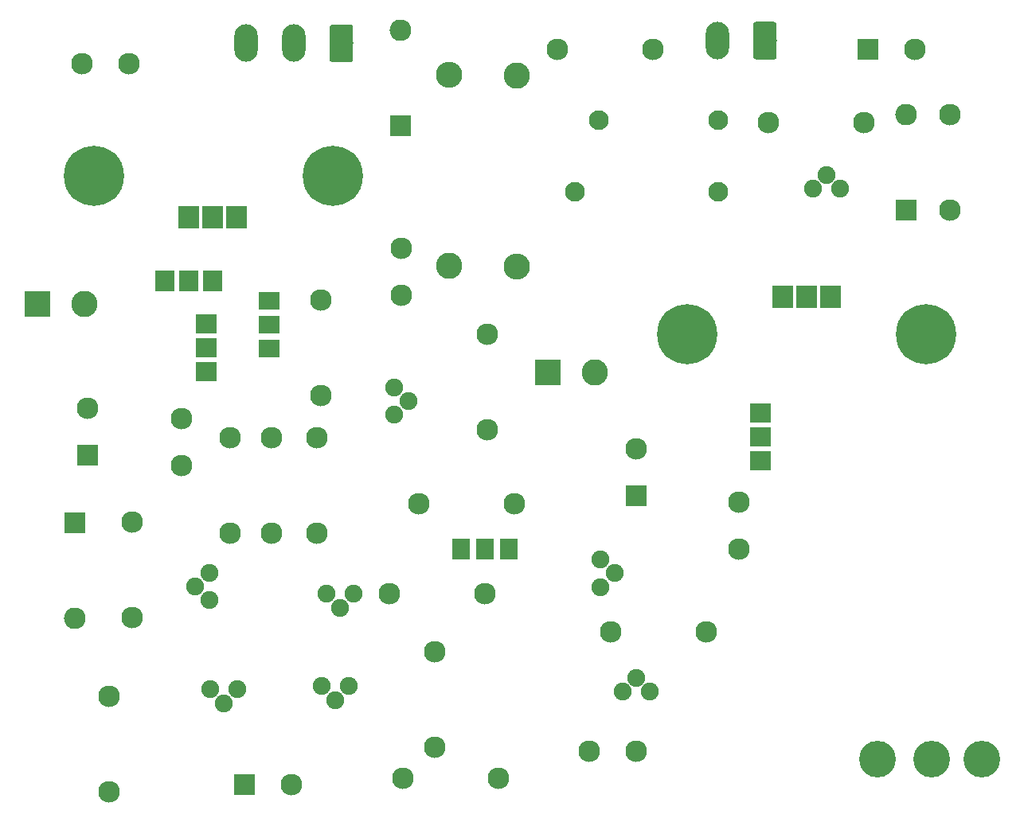
<source format=gbr>
G04 #@! TF.GenerationSoftware,KiCad,Pcbnew,(5.0.0)*
G04 #@! TF.CreationDate,2020-04-22T19:32:50+02:00*
G04 #@! TF.ProjectId,BE_Amplificateur_Audio,42455F416D706C696669636174657572,V0*
G04 #@! TF.SameCoordinates,Original*
G04 #@! TF.FileFunction,Soldermask,Bot*
G04 #@! TF.FilePolarity,Negative*
%FSLAX46Y46*%
G04 Gerber Fmt 4.6, Leading zero omitted, Abs format (unit mm)*
G04 Created by KiCad (PCBNEW (5.0.0)) date 04/22/20 19:32:50*
%MOMM*%
%LPD*%
G01*
G04 APERTURE LIST*
%ADD10C,2.100000*%
%ADD11C,2.300000*%
%ADD12R,2.300000X2.300000*%
%ADD13O,2.480000X4.000000*%
%ADD14C,0.100000*%
%ADD15C,2.480000*%
%ADD16R,2.800000X2.800000*%
%ADD17C,2.800000*%
%ADD18O,2.300000X2.300000*%
%ADD19C,6.400000*%
%ADD20C,1.900000*%
%ADD21R,2.300000X2.100000*%
%ADD22R,2.100000X2.300000*%
%ADD23R,2.200000X2.400000*%
%ADD24O,2.800000X2.800000*%
%ADD25R,2.300000X1.900000*%
%ADD26R,1.900000X2.300000*%
%ADD27C,3.900000*%
G04 APERTURE END LIST*
D10*
G04 #@! TO.C,U1*
X91498100Y-42692800D03*
X94038100Y-35092800D03*
X106738100Y-42692800D03*
X106738100Y-35092800D03*
G04 #@! TD*
D11*
G04 #@! TO.C,C3*
X127631200Y-27533600D03*
D12*
X122631200Y-27533600D03*
G04 #@! TD*
D11*
G04 #@! TO.C,C5*
X49644300Y-66805800D03*
X49644300Y-71805800D03*
G04 #@! TD*
G04 #@! TO.C,C7*
X108966000Y-75742800D03*
X108966000Y-80742800D03*
G04 #@! TD*
G04 #@! TO.C,C9*
X39069000Y-29095700D03*
X44069000Y-29095700D03*
G04 #@! TD*
G04 #@! TO.C,C11*
X73050400Y-48742600D03*
X73050400Y-53742600D03*
G04 #@! TD*
D13*
G04 #@! TO.C,J2*
X106629200Y-26619200D03*
D14*
G36*
X112680341Y-24620635D02*
X112709276Y-24624927D01*
X112737651Y-24632035D01*
X112765193Y-24641890D01*
X112791636Y-24654396D01*
X112816726Y-24669435D01*
X112840221Y-24686860D01*
X112861896Y-24706504D01*
X112881540Y-24728179D01*
X112898965Y-24751674D01*
X112914004Y-24776764D01*
X112926510Y-24803207D01*
X112936365Y-24830749D01*
X112943473Y-24859124D01*
X112947765Y-24888059D01*
X112949200Y-24917276D01*
X112949200Y-28321124D01*
X112947765Y-28350341D01*
X112943473Y-28379276D01*
X112936365Y-28407651D01*
X112926510Y-28435193D01*
X112914004Y-28461636D01*
X112898965Y-28486726D01*
X112881540Y-28510221D01*
X112861896Y-28531896D01*
X112840221Y-28551540D01*
X112816726Y-28568965D01*
X112791636Y-28584004D01*
X112765193Y-28596510D01*
X112737651Y-28606365D01*
X112709276Y-28613473D01*
X112680341Y-28617765D01*
X112651124Y-28619200D01*
X110767276Y-28619200D01*
X110738059Y-28617765D01*
X110709124Y-28613473D01*
X110680749Y-28606365D01*
X110653207Y-28596510D01*
X110626764Y-28584004D01*
X110601674Y-28568965D01*
X110578179Y-28551540D01*
X110556504Y-28531896D01*
X110536860Y-28510221D01*
X110519435Y-28486726D01*
X110504396Y-28461636D01*
X110491890Y-28435193D01*
X110482035Y-28407651D01*
X110474927Y-28379276D01*
X110470635Y-28350341D01*
X110469200Y-28321124D01*
X110469200Y-24917276D01*
X110470635Y-24888059D01*
X110474927Y-24859124D01*
X110482035Y-24830749D01*
X110491890Y-24803207D01*
X110504396Y-24776764D01*
X110519435Y-24751674D01*
X110536860Y-24728179D01*
X110556504Y-24706504D01*
X110578179Y-24686860D01*
X110601674Y-24669435D01*
X110626764Y-24654396D01*
X110653207Y-24641890D01*
X110680749Y-24632035D01*
X110709124Y-24624927D01*
X110738059Y-24620635D01*
X110767276Y-24619200D01*
X112651124Y-24619200D01*
X112680341Y-24620635D01*
X112680341Y-24620635D01*
G37*
D15*
X111709200Y-26619200D03*
G04 #@! TD*
D12*
G04 #@! TO.C,C1*
X56349900Y-105791000D03*
D11*
X61349900Y-105791000D03*
G04 #@! TD*
G04 #@! TO.C,C2*
X92989400Y-102209600D03*
X97989400Y-102209600D03*
G04 #@! TD*
G04 #@! TO.C,C4*
X39662100Y-65764400D03*
D12*
X39662100Y-70764400D03*
G04 #@! TD*
G04 #@! TO.C,C6*
X97993200Y-75082400D03*
D11*
X97993200Y-70082400D03*
G04 #@! TD*
D16*
G04 #@! TO.C,C8*
X34366200Y-54622700D03*
D17*
X39366200Y-54622700D03*
G04 #@! TD*
D16*
G04 #@! TO.C,C10*
X88607900Y-61887100D03*
D17*
X93607900Y-61887100D03*
G04 #@! TD*
D12*
G04 #@! TO.C,D1*
X72999600Y-35674300D03*
D18*
X72999600Y-25514300D03*
G04 #@! TD*
D12*
G04 #@! TO.C,D2*
X126695200Y-44640500D03*
D18*
X126695200Y-34480500D03*
G04 #@! TD*
G04 #@! TO.C,Dz1*
X38328600Y-88074500D03*
D12*
X38328600Y-77914500D03*
G04 #@! TD*
D19*
G04 #@! TO.C,HS1*
X103420462Y-57855449D03*
X128820462Y-57855449D03*
G04 #@! TD*
G04 #@! TO.C,HS2*
X40360600Y-40970200D03*
X65760600Y-40970200D03*
G04 #@! TD*
D14*
G04 #@! TO.C,J3*
G36*
X67633441Y-24912735D02*
X67662376Y-24917027D01*
X67690751Y-24924135D01*
X67718293Y-24933990D01*
X67744736Y-24946496D01*
X67769826Y-24961535D01*
X67793321Y-24978960D01*
X67814996Y-24998604D01*
X67834640Y-25020279D01*
X67852065Y-25043774D01*
X67867104Y-25068864D01*
X67879610Y-25095307D01*
X67889465Y-25122849D01*
X67896573Y-25151224D01*
X67900865Y-25180159D01*
X67902300Y-25209376D01*
X67902300Y-28613224D01*
X67900865Y-28642441D01*
X67896573Y-28671376D01*
X67889465Y-28699751D01*
X67879610Y-28727293D01*
X67867104Y-28753736D01*
X67852065Y-28778826D01*
X67834640Y-28802321D01*
X67814996Y-28823996D01*
X67793321Y-28843640D01*
X67769826Y-28861065D01*
X67744736Y-28876104D01*
X67718293Y-28888610D01*
X67690751Y-28898465D01*
X67662376Y-28905573D01*
X67633441Y-28909865D01*
X67604224Y-28911300D01*
X65720376Y-28911300D01*
X65691159Y-28909865D01*
X65662224Y-28905573D01*
X65633849Y-28898465D01*
X65606307Y-28888610D01*
X65579864Y-28876104D01*
X65554774Y-28861065D01*
X65531279Y-28843640D01*
X65509604Y-28823996D01*
X65489960Y-28802321D01*
X65472535Y-28778826D01*
X65457496Y-28753736D01*
X65444990Y-28727293D01*
X65435135Y-28699751D01*
X65428027Y-28671376D01*
X65423735Y-28642441D01*
X65422300Y-28613224D01*
X65422300Y-25209376D01*
X65423735Y-25180159D01*
X65428027Y-25151224D01*
X65435135Y-25122849D01*
X65444990Y-25095307D01*
X65457496Y-25068864D01*
X65472535Y-25043774D01*
X65489960Y-25020279D01*
X65509604Y-24998604D01*
X65531279Y-24978960D01*
X65554774Y-24961535D01*
X65579864Y-24946496D01*
X65606307Y-24933990D01*
X65633849Y-24924135D01*
X65662224Y-24917027D01*
X65691159Y-24912735D01*
X65720376Y-24911300D01*
X67604224Y-24911300D01*
X67633441Y-24912735D01*
X67633441Y-24912735D01*
G37*
D15*
X66662300Y-26911300D03*
D13*
X61582300Y-26911300D03*
X56502300Y-26911300D03*
G04 #@! TD*
D20*
G04 #@! TO.C,Q1*
X52695500Y-95645300D03*
X54165500Y-97145300D03*
X55595500Y-95645300D03*
G04 #@! TD*
G04 #@! TO.C,Q2*
X64557300Y-95302400D03*
X66027300Y-96802400D03*
X67457300Y-95302400D03*
G04 #@! TD*
G04 #@! TO.C,Q3*
X52652600Y-86151700D03*
X51152600Y-84721700D03*
X52652600Y-83251700D03*
G04 #@! TD*
G04 #@! TO.C,Q4*
X96588600Y-95908800D03*
X98018600Y-94408800D03*
X99488600Y-95908800D03*
G04 #@! TD*
G04 #@! TO.C,Q5*
X94207200Y-84743900D03*
X95707200Y-83273900D03*
X94207200Y-81843900D03*
G04 #@! TD*
G04 #@! TO.C,Q6*
X72315400Y-63517800D03*
X73815400Y-64947800D03*
X72315400Y-66417800D03*
G04 #@! TD*
G04 #@! TO.C,Q7*
X65090700Y-85459900D03*
X66560700Y-86959900D03*
X67990700Y-85459900D03*
G04 #@! TD*
D21*
G04 #@! TO.C,Q8*
X52298600Y-61836300D03*
X52298600Y-59296300D03*
X52298600Y-56756300D03*
G04 #@! TD*
D22*
G04 #@! TO.C,Q9*
X52946300Y-52209700D03*
X50406300Y-52209700D03*
X47866300Y-52209700D03*
G04 #@! TD*
D23*
G04 #@! TO.C,Q10*
X55549800Y-45377100D03*
X53009800Y-45377100D03*
X50469800Y-45377100D03*
G04 #@! TD*
D21*
G04 #@! TO.C,Q11*
X111188500Y-71348600D03*
X111188500Y-68808600D03*
X111188500Y-66268600D03*
G04 #@! TD*
D23*
G04 #@! TO.C,Q12*
X118711262Y-53842249D03*
X116171262Y-53842249D03*
X113631262Y-53842249D03*
G04 #@! TD*
D20*
G04 #@! TO.C,Q13*
X116819700Y-42403700D03*
X118249700Y-40903700D03*
X119719700Y-42403700D03*
G04 #@! TD*
D11*
G04 #@! TO.C,R1*
X41960800Y-106527600D03*
X41960800Y-96367600D03*
G04 #@! TD*
G04 #@! TO.C,R2*
X73253600Y-105067100D03*
X83413600Y-105067100D03*
G04 #@! TD*
G04 #@! TO.C,R3*
X76631800Y-101803200D03*
X76631800Y-91643200D03*
G04 #@! TD*
G04 #@! TO.C,R4*
X54813200Y-68897500D03*
X54813200Y-79057500D03*
G04 #@! TD*
G04 #@! TO.C,R5*
X44424600Y-77851000D03*
X44424600Y-88011000D03*
G04 #@! TD*
G04 #@! TO.C,R6*
X95275400Y-89522300D03*
X105435400Y-89522300D03*
G04 #@! TD*
G04 #@! TO.C,R7*
X64046100Y-79019400D03*
X64046100Y-68859400D03*
G04 #@! TD*
G04 #@! TO.C,R8*
X64452500Y-64363600D03*
X64452500Y-54203600D03*
G04 #@! TD*
G04 #@! TO.C,R9*
X59270900Y-68859400D03*
X59270900Y-79019400D03*
G04 #@! TD*
G04 #@! TO.C,R10*
X71755000Y-85471000D03*
X81915000Y-85471000D03*
G04 #@! TD*
D17*
G04 #@! TO.C,R11*
X78092300Y-50596800D03*
D24*
X78092300Y-30276800D03*
G04 #@! TD*
G04 #@! TO.C,R12*
X85293200Y-50685700D03*
D17*
X85293200Y-30365700D03*
G04 #@! TD*
D11*
G04 #@! TO.C,R13*
X99783900Y-27508200D03*
X89623900Y-27508200D03*
G04 #@! TD*
G04 #@! TO.C,R14*
X82181700Y-57848500D03*
X82181700Y-68008500D03*
G04 #@! TD*
G04 #@! TO.C,R15*
X74879200Y-75907900D03*
X85039200Y-75907900D03*
G04 #@! TD*
G04 #@! TO.C,R16*
X122275600Y-35331400D03*
X112115600Y-35331400D03*
G04 #@! TD*
G04 #@! TO.C,R17*
X131381500Y-44691300D03*
X131381500Y-34531300D03*
G04 #@! TD*
D25*
G04 #@! TO.C,RV1*
X58953400Y-54279800D03*
X58953400Y-56819800D03*
X58953400Y-59359800D03*
G04 #@! TD*
D26*
G04 #@! TO.C,RV2*
X84493100Y-80683100D03*
X81953100Y-80683100D03*
X79413100Y-80683100D03*
G04 #@! TD*
D27*
G04 #@! TO.C,U2*
X123667900Y-103085900D03*
X134767900Y-103085900D03*
X129467900Y-103085900D03*
G04 #@! TD*
M02*

</source>
